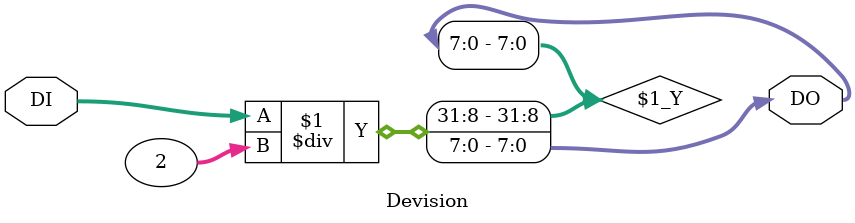
<source format=v>
`timescale 1ns / 1ps

module Devision(
    input [7:0] DI,
    output [7:0] DO
    );
	 
	 assign DO = DI / 2; //Only power of 2 can be used   
	                     //will be implemented by shift

endmodule

</source>
